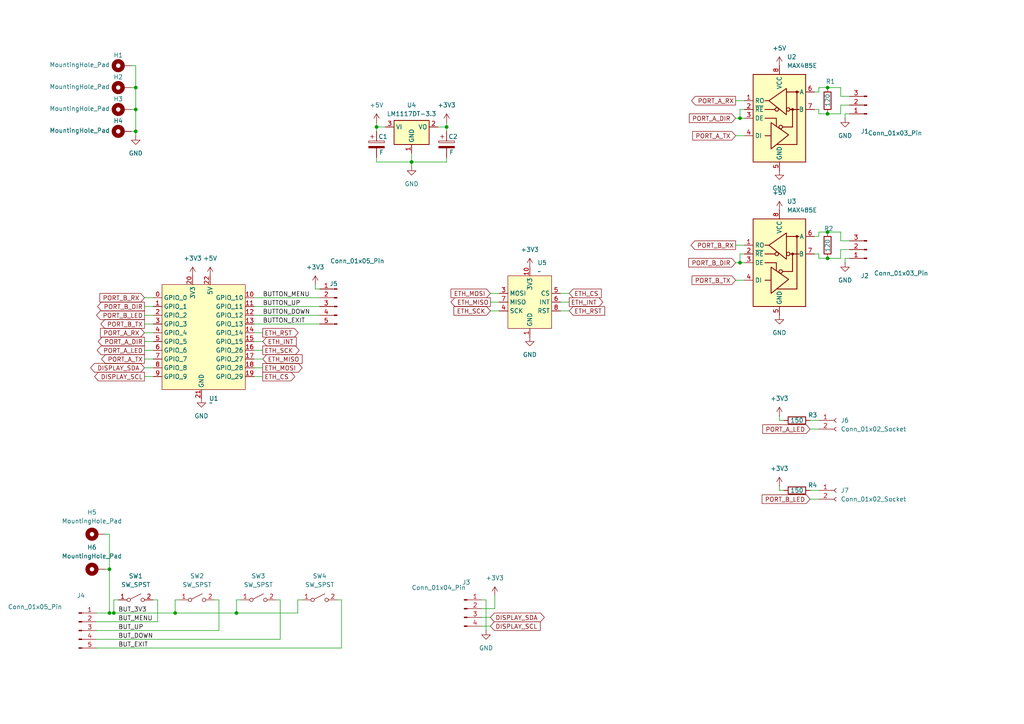
<source format=kicad_sch>
(kicad_sch (version 20231120) (generator "eeschema") (generator_version "8.0")
  (paper "A4")
  (lib_symbols
    (symbol "Connector:Conn_01x02_Socket" (pin_names (offset 1.016) hide)
      (property "Reference" "J" (at 0 2.54 0))
      (property "Value" "Conn_01x02_Socket" (at 0 -5.08 0))
      (symbol "Conn_01x02_Socket_1_1"
        (arc (start 0 -2.032) (mid -0.5058 -2.54) (end 0 -3.048) (stroke (width 0.1524)))
        (polyline (pts (xy -1.27 -2.54) (xy -0.508 -2.54)) (stroke (width 0.1524)))
        (polyline (pts (xy -1.27 0) (xy -0.508 0)) (stroke (width 0.1524)))
        (arc (start 0 0.508) (mid -0.5058 0) (end 0 -0.508) (stroke (width 0.1524)))
        (pin passive line (at -5.08 0 0) (length 3.81) (name "Pin_1") (number "1"))
        (pin passive line (at -5.08 -2.54 0) (length 3.81) (name "Pin_2") (number "2"))
      )
    )
    (symbol "Connector:Conn_01x03_Pin" (pin_names (offset 1.016) hide)
      (property "Reference" "J" (at 0 5.08 0))
      (property "Value" "Conn_01x03_Pin" (at 0 -5.08 0))
      (symbol "Conn_01x03_Pin_1_1"
        (polyline (pts (xy 1.27 -2.54) (xy 0.8636 -2.54)) (stroke (width 0.1524)))
        (polyline (pts (xy 1.27 0) (xy 0.8636 0)) (stroke (width 0.1524)))
        (polyline (pts (xy 1.27 2.54) (xy 0.8636 2.54)) (stroke (width 0.1524)))
        (rectangle (start 0.8636 -2.413) (end 0 -2.667) (stroke (width 0.1524)) (fill (type outline)))
        (rectangle (start 0.8636 0.127) (end 0 -0.127) (stroke (width 0.1524)) (fill (type outline)))
        (rectangle (start 0.8636 2.667) (end 0 2.413) (stroke (width 0.1524)) (fill (type outline)))
        (pin passive line (at 5.08 2.54 180) (length 3.81) (name "Pin_1") (number "1"))
        (pin passive line (at 5.08 0 180) (length 3.81) (name "Pin_2") (number "2"))
        (pin passive line (at 5.08 -2.54 180) (length 3.81) (name "Pin_3") (number "3"))
      )
    )
    (symbol "Connector:Conn_01x04_Pin" (pin_names (offset 1.016) hide)
      (property "Reference" "J" (at 0 5.08 0))
      (property "Value" "Conn_01x04_Pin" (at 0 -7.62 0))
      (symbol "Conn_01x04_Pin_1_1"
        (polyline (pts (xy 1.27 -5.08) (xy 0.8636 -5.08)) (stroke (width 0.1524)))
        (polyline (pts (xy 1.27 -2.54) (xy 0.8636 -2.54)) (stroke (width 0.1524)))
        (polyline (pts (xy 1.27 0) (xy 0.8636 0)) (stroke (width 0.1524)))
        (polyline (pts (xy 1.27 2.54) (xy 0.8636 2.54)) (stroke (width 0.1524)))
        (rectangle (start 0.8636 -4.953) (end 0 -5.207) (stroke (width 0.1524)) (fill (type outline)))
        (rectangle (start 0.8636 -2.413) (end 0 -2.667) (stroke (width 0.1524)) (fill (type outline)))
        (rectangle (start 0.8636 0.127) (end 0 -0.127) (stroke (width 0.1524)) (fill (type outline)))
        (rectangle (start 0.8636 2.667) (end 0 2.413) (stroke (width 0.1524)) (fill (type outline)))
        (pin passive line (at 5.08 2.54 180) (length 3.81) (name "Pin_1") (number "1"))
        (pin passive line (at 5.08 0 180) (length 3.81) (name "Pin_2") (number "2"))
        (pin passive line (at 5.08 -2.54 180) (length 3.81) (name "Pin_3") (number "3"))
        (pin passive line (at 5.08 -5.08 180) (length 3.81) (name "Pin_4") (number "4"))
      )
    )
    (symbol "Connector:Conn_01x05_Pin" (pin_names (offset 1.016) hide)
      (property "Reference" "J" (at 0 7.62 0))
      (property "Value" "Conn_01x05_Pin" (at 0 -7.62 0))
      (symbol "Conn_01x05_Pin_1_1"
        (polyline (pts (xy 1.27 -5.08) (xy 0.8636 -5.08)) (stroke (width 0.1524)))
        (polyline (pts (xy 1.27 -2.54) (xy 0.8636 -2.54)) (stroke (width 0.1524)))
        (polyline (pts (xy 1.27 0) (xy 0.8636 0)) (stroke (width 0.1524)))
        (polyline (pts (xy 1.27 2.54) (xy 0.8636 2.54)) (stroke (width 0.1524)))
        (polyline (pts (xy 1.27 5.08) (xy 0.8636 5.08)) (stroke (width 0.1524)))
        (rectangle (start 0.8636 -4.953) (end 0 -5.207) (stroke (width 0.1524)) (fill (type outline)))
        (rectangle (start 0.8636 -2.413) (end 0 -2.667) (stroke (width 0.1524)) (fill (type outline)))
        (rectangle (start 0.8636 0.127) (end 0 -0.127) (stroke (width 0.1524)) (fill (type outline)))
        (rectangle (start 0.8636 2.667) (end 0 2.413) (stroke (width 0.1524)) (fill (type outline)))
        (rectangle (start 0.8636 5.207) (end 0 4.953) (stroke (width 0.1524)) (fill (type outline)))
        (pin passive line (at 5.08 5.08 180) (length 3.81) (name "Pin_1") (number "1"))
        (pin passive line (at 5.08 2.54 180) (length 3.81) (name "Pin_2") (number "2"))
        (pin passive line (at 5.08 0 180) (length 3.81) (name "Pin_3") (number "3"))
        (pin passive line (at 5.08 -2.54 180) (length 3.81) (name "Pin_4") (number "4"))
        (pin passive line (at 5.08 -5.08 180) (length 3.81) (name "Pin_5") (number "5"))
      )
    )
    (symbol "Device:C_Polarized" (pin_numbers hide) (pin_names (offset 0.254))
      (property "Reference" "C" (at 0.635 2.54 0))
      (property "Value" "C_Polarized" (at 0.635 -2.54 0))
      (symbol "C_Polarized_0_1"
        (rectangle (start -2.286 0.508) (end 2.286 1.016))
        (polyline (pts (xy -1.778 2.286) (xy -0.762 2.286)))
        (polyline (pts (xy -1.27 2.794) (xy -1.27 1.778)))
        (rectangle (start 2.286 -0.508) (end -2.286 -1.016) (fill (type outline)))
      )
      (symbol "C_Polarized_1_1"
        (pin passive line (at 0 3.81 270) (length 2.794) (name "~") (number "1"))
        (pin passive line (at 0 -3.81 90) (length 2.794) (name "~") (number "2"))
      )
    )
    (symbol "Device:R" (pin_numbers hide) (pin_names (offset 0))
      (property "Reference" "R" (at 2.032 0 90))
      (property "Value" "R" (at 0 0 90))
      (symbol "R_0_1"
        (rectangle (start -1.016 -2.54) (end 1.016 2.54) (stroke (width 0.254)))
      )
      (symbol "R_1_1"
        (pin passive line (at 0 3.81 270) (length 1.27) (name "~") (number "1"))
        (pin passive line (at 0 -3.81 90) (length 1.27) (name "~") (number "2"))
      )
    )
    (symbol "Interface_UART:MAX485E"
      (property "Reference" "U" (at -6.985 13.97 0))
      (property "Value" "MAX485E" (at 1.905 13.97 0))
      (symbol "MAX485E_0_1"
        (rectangle (start -7.62 12.7) (end 7.62 -12.7) (stroke (width 0.254)) (fill (type background)))
        (polyline (pts (xy -4.191 2.54) (xy -1.27 2.54)) (stroke (width 0.254)))
        (polyline (pts (xy -2.54 -5.08) (xy -4.191 -5.08)) (stroke (width 0.254)))
        (polyline (pts (xy -0.635 -7.62) (xy 5.08 -7.62)) (stroke (width 0.254)))
        (polyline (pts (xy 0.889 -2.54) (xy 3.81 -2.54)) (stroke (width 0.254)))
        (polyline (pts (xy 2.032 7.62) (xy 5.715 7.62)) (stroke (width 0.254)))
        (polyline (pts (xy 3.048 2.54) (xy 5.715 2.54)) (stroke (width 0.254)))
        (polyline (pts (xy 3.81 -2.54) (xy 3.81 2.54)) (stroke (width 0.254)))
        (polyline (pts (xy 5.08 -7.62) (xy 5.08 7.62)) (stroke (width 0.254)))
        (polyline (pts (xy -4.191 0) (xy -0.889 0) (xy -0.889 -2.286)) (stroke (width 0.254)))
        (polyline (pts (xy -3.175 5.08) (xy -4.191 5.08) (xy -4.064 5.08)) (stroke (width 0.254)))
        (polyline (pts (xy -2.413 -5.08) (xy -2.413 -1.27) (xy 2.667 -4.826) (xy -2.413 -8.89) (xy -2.413 -5.08)) (stroke (width 0.254)))
        (circle (center 0.381 -2.54) (radius 0.508) (stroke (width 0.254)))
        (circle (center 3.81 2.54) (radius 0.2794) (stroke (width 0.254)) (fill (type outline)))
      )
      (symbol "MAX485E_1_1"
        (circle (center -0.762 2.54) (radius 0.508) (stroke (width 0.254)))
        (polyline (pts (xy 2.032 4.826) (xy 2.032 8.636) (xy -3.048 5.08) (xy 2.032 1.016) (xy 2.032 4.826)) (stroke (width 0.254)))
        (circle (center 2.54 2.54) (radius 0.508) (stroke (width 0.254)))
        (circle (center 5.08 7.62) (radius 0.2794) (stroke (width 0.254)) (fill (type outline)))
        (pin output line (at -10.16 5.08 0) (length 2.54) (name "RO") (number "1"))
        (pin input line (at -10.16 2.54 0) (length 2.54) (name "~{RE}") (number "2"))
        (pin input line (at -10.16 0 0) (length 2.54) (name "DE") (number "3"))
        (pin input line (at -10.16 -5.08 0) (length 2.54) (name "DI") (number "4"))
        (pin power_in line (at 0 -15.24 90) (length 2.54) (name "GND") (number "5"))
        (pin bidirectional line (at 10.16 7.62 180) (length 2.54) (name "A") (number "6"))
        (pin bidirectional line (at 10.16 2.54 180) (length 2.54) (name "B") (number "7"))
        (pin power_in line (at 0 15.24 270) (length 2.54) (name "VCC") (number "8"))
      )
    )
    (symbol "Mechanical:MountingHole_Pad" (pin_numbers hide) (pin_names (offset 1.016) hide) (exclude_from_sim yes) (in_bom no)
      (property "Reference" "H" (at 0 6.35 0))
      (property "Value" "MountingHole_Pad" (at 0 4.445 0))
      (symbol "MountingHole_Pad_0_1"
        (circle (center 0 1.27) (radius 1.27) (stroke (width 1.27)))
      )
      (symbol "MountingHole_Pad_1_1"
        (pin input line (at 0 -2.54 90) (length 2.54) (name "1") (number "1"))
      )
    )
    (symbol "Regulator_Linear:LM1117DT-3.3"
      (property "Reference" "U" (at -3.81 3.175 0))
      (property "Value" "LM1117DT-3.3" (at 0 3.175 0))
      (symbol "LM1117DT-3.3_0_1"
        (rectangle (start -5.08 -5.08) (end 5.08 1.905) (stroke (width 0.254)) (fill (type background)))
      )
      (symbol "LM1117DT-3.3_1_1"
        (pin power_in line (at 0 -7.62 90) (length 2.54) (name "GND") (number "1"))
        (pin power_out line (at 7.62 0 180) (length 2.54) (name "VO") (number "2"))
        (pin power_in line (at -7.62 0 0) (length 2.54) (name "VI") (number "3"))
      )
    )
    (symbol "Switch:SW_SPST" (pin_names (offset 0) hide)
      (property "Reference" "SW" (at 0 3.175 0))
      (property "Value" "SW_SPST" (at 0 -2.54 0))
      (symbol "SW_SPST_0_0"
        (circle (center -2.032 0) (radius 0.508))
        (polyline (pts (xy -1.524 0.254) (xy 1.524 1.778)))
        (circle (center 2.032 0) (radius 0.508))
      )
      (symbol "SW_SPST_1_1"
        (pin passive line (at -5.08 0 0) (length 2.54) (name "A") (number "1"))
        (pin passive line (at 5.08 0 180) (length 2.54) (name "B") (number "2"))
      )
    )
    (symbol "pico-artnet-node:W5500"
      (property "Reference" "U" (at 5.334 8.89 0))
      (symbol "W5500_0_0"
        (pin power_in line (at 0 -10.16 90) (length 2.54) (name "GND") (number "1"))
        (pin power_in line (at 0 10.16 270) (length 2.54) (name "3V3") (number "10"))
        (pin input line (at -8.89 2.54 0) (length 2.54) (name "MOSI") (number "3"))
        (pin input line (at -8.89 -2.54 0) (length 2.54) (name "SCK") (number "4"))
        (pin input line (at 8.89 2.54 180) (length 2.54) (name "CS") (number "5"))
        (pin output line (at 8.89 0 180) (length 2.54) (name "INT") (number "6"))
        (pin output line (at -8.89 0 0) (length 2.54) (name "MISO") (number "7"))
        (pin input line (at 8.89 -2.54 180) (length 2.54) (name "RST") (number "8"))
      )
      (symbol "W5500_1_0"
        (pin power_in line (at 0 10.16 270) (length 2.54) hide (name "3V3") (number "11"))
        (pin power_in line (at 0 -10.16 90) (length 2.54) hide (name "GND") (number "12"))
        (pin power_in line (at 0 -10.16 90) (length 2.54) hide (name "GND") (number "2"))
        (pin no_connect line (at 0 -1.27 0) (length 2.54) hide (name "NC") (number "9"))
      )
      (symbol "W5500_1_1"
        (rectangle (start -6.35 7.62) (end 6.35 -7.62) (fill (type background)))
      )
    )
    (symbol "power:+3V3" (power) (pin_numbers hide) (pin_names (offset 0) hide)
      (property "Value" "+3V3" (at 0 3.556 0))
      (symbol "+3V3_0_1"
        (polyline (pts (xy -0.762 1.27) (xy 0 2.54)))
        (polyline (pts (xy 0 0) (xy 0 2.54)))
        (polyline (pts (xy 0 2.54) (xy 0.762 1.27)))
      )
      (symbol "+3V3_1_1"
        (pin power_in line (at 0 0 90) (length 0) (name "~") (number "1"))
      )
    )
    (symbol "power:+5V" (power) (pin_numbers hide) (pin_names (offset 0) hide)
      (property "Value" "+5V" (at 0 3.556 0))
      (symbol "+5V_0_1"
        (polyline (pts (xy -0.762 1.27) (xy 0 2.54)))
        (polyline (pts (xy 0 0) (xy 0 2.54)))
        (polyline (pts (xy 0 2.54) (xy 0.762 1.27)))
      )
      (symbol "+5V_1_1"
        (pin power_in line (at 0 0 90) (length 0) (name "~") (number "1"))
      )
    )
    (symbol "power:GND" (power) (pin_numbers hide) (pin_names (offset 0) hide)
      (property "Value" "GND" (at 0 -3.81 0))
      (symbol "GND_0_1"
        (polyline (pts (xy 0 0) (xy 0 -1.27) (xy 1.27 -1.27) (xy 0 -2.54) (xy -1.27 -1.27) (xy 0 -1.27)))
      )
      (symbol "GND_1_1"
        (pin power_in line (at 0 0 270) (length 0) (name "~") (number "1"))
      )
    )
    (symbol "simple-midi-controller:RP2040-zero"
      (property "Reference" "U" (at 11.176 16.51 0))
      (symbol "RP2040-zero_0_0"
        (pin bidirectional line (at -13.97 11.43 0) (length 2.54) (name "GPIO_0") (number "0"))
        (pin bidirectional line (at -13.97 8.89 0) (length 2.54) (name "GPIO_1") (number "1"))
        (pin bidirectional line (at 15.24 11.43 180) (length 2.54) (name "GPIO_10") (number "10"))
        (pin bidirectional line (at 15.24 8.89 180) (length 2.54) (name "GPIO_11") (number "11"))
        (pin bidirectional line (at 15.24 6.35 180) (length 2.54) (name "GPIO_12") (number "12"))
        (pin bidirectional line (at 15.24 3.81 180) (length 2.54) (name "GPIO_13") (number "13"))
        (pin bidirectional line (at 15.24 1.27 180) (length 2.54) (name "GPIO_14") (number "14"))
        (pin bidirectional line (at 15.24 -1.27 180) (length 2.54) (name "GPIO_15") (number "15"))
        (pin bidirectional line (at 15.24 -3.81 180) (length 2.54) (name "GPIO_26") (number "16"))
        (pin bidirectional line (at 15.24 -6.35 180) (length 2.54) (name "GPIO_27") (number "17"))
        (pin bidirectional line (at 15.24 -8.89 180) (length 2.54) (name "GPIO_28") (number "18"))
        (pin bidirectional line (at 15.24 -11.43 180) (length 2.54) (name "GPIO_29") (number "19"))
        (pin bidirectional line (at -13.97 6.35 0) (length 2.54) (name "GPIO_2") (number "2"))
        (pin power_in line (at -2.54 17.78 270) (length 2.54) (name "3V3") (number "20"))
        (pin power_in line (at 0 -17.78 90) (length 2.54) (name "GND") (number "21"))
        (pin power_in line (at 2.54 17.78 270) (length 2.54) (name "5V") (number "22"))
        (pin bidirectional line (at -13.97 3.81 0) (length 2.54) (name "GPIO_3") (number "3"))
        (pin bidirectional line (at -13.97 1.27 0) (length 2.54) (name "GPIO_4") (number "4"))
        (pin bidirectional line (at -13.97 -1.27 0) (length 2.54) (name "GPIO_5") (number "5"))
        (pin bidirectional line (at -13.97 -3.81 0) (length 2.54) (name "GPIO_6") (number "6"))
        (pin bidirectional line (at -13.97 -6.35 0) (length 2.54) (name "GPIO_7") (number "7"))
        (pin bidirectional line (at -13.97 -8.89 0) (length 2.54) (name "GPIO_8") (number "8"))
        (pin bidirectional line (at -13.97 -11.43 0) (length 2.54) (name "GPIO_9") (number "9"))
      )
      (symbol "RP2040-zero_1_1"
        (rectangle (start -11.43 15.24) (end 12.7 -15.24) (fill (type background)))
      )
    )
  )
  (junction (at 240.03 25.4))
  (junction (at 31.75 177.8))
  (junction (at 31.75 165.1))
  (junction (at 214.63 76.2))
  (junction (at 68.58 177.8))
  (junction (at 240.03 33.02))
  (junction (at 50.8 177.8))
  (junction (at 39.37 38.1))
  (junction (at 109.22 36.83))
  (junction (at 39.37 31.75))
  (junction (at 39.37 25.4))
  (junction (at 240.03 67.31))
  (junction (at 129.54 36.83))
  (junction (at 119.38 46.99))
  (junction (at 240.03 74.93))
  (junction (at 33.02 177.8))
  (junction (at 214.63 34.29))
  (wire (pts (xy 73.66 101.6) (xy 76.2 101.6)))
  (wire (pts (xy 142.24 85.09) (xy 144.78 85.09)))
  (wire (pts (xy 109.22 35.56) (xy 109.22 36.83)))
  (wire (pts (xy 143.51 172.72) (xy 143.51 176.53)))
  (wire (pts (xy 140.97 173.99) (xy 139.7 173.99)))
  (wire (pts (xy 213.36 39.37) (xy 215.9 39.37)))
  (wire (pts (xy 73.66 99.06) (xy 76.2 99.06)))
  (wire (pts (xy 237.49 74.93) (xy 237.49 73.66)))
  (wire (pts (xy 237.49 33.02) (xy 237.49 31.75)))
  (wire (pts (xy 31.75 165.1) (xy 31.75 177.8)))
  (wire (pts (xy 27.94 182.88) (xy 63.5 182.88)))
  (wire (pts (xy 30.48 165.1) (xy 31.75 165.1)))
  (wire (pts (xy 243.84 30.48) (xy 243.84 33.02)))
  (wire (pts (xy 109.22 36.83) (xy 111.76 36.83)))
  (wire (pts (xy 162.56 90.17) (xy 165.1 90.17)))
  (wire (pts (xy 243.84 27.94) (xy 243.84 25.4)))
  (wire (pts (xy 69.85 173.99) (xy 68.58 173.99)))
  (wire (pts (xy 246.38 27.94) (xy 243.84 27.94)))
  (wire (pts (xy 39.37 31.75) (xy 38.1 31.75)))
  (wire (pts (xy 99.06 173.99) (xy 97.79 173.99)))
  (wire (pts (xy 162.56 87.63) (xy 165.1 87.63)))
  (wire (pts (xy 234.95 124.46) (xy 237.49 124.46)))
  (wire (pts (xy 237.49 26.67) (xy 237.49 25.4)))
  (wire (pts (xy 73.66 93.98) (xy 92.71 93.98)))
  (wire (pts (xy 91.44 82.55) (xy 91.44 83.82)))
  (wire (pts (xy 127 36.83) (xy 129.54 36.83)))
  (wire (pts (xy 240.03 33.02) (xy 237.49 33.02)))
  (wire (pts (xy 129.54 46.99) (xy 119.38 46.99)))
  (wire (pts (xy 63.5 182.88) (xy 63.5 173.99)))
  (wire (pts (xy 50.8 173.99) (xy 50.8 177.8)))
  (wire (pts (xy 41.91 104.14) (xy 44.45 104.14)))
  (wire (pts (xy 140.97 182.88) (xy 140.97 173.99)))
  (wire (pts (xy 86.36 173.99) (xy 86.36 177.8)))
  (wire (pts (xy 227.33 121.92) (xy 226.06 121.92)))
  (wire (pts (xy 41.91 99.06) (xy 44.45 99.06)))
  (wire (pts (xy 30.48 154.94) (xy 31.75 154.94)))
  (wire (pts (xy 162.56 85.09) (xy 165.1 85.09)))
  (wire (pts (xy 41.91 101.6) (xy 44.45 101.6)))
  (wire (pts (xy 237.49 25.4) (xy 240.03 25.4)))
  (wire (pts (xy 38.1 38.1) (xy 39.37 38.1)))
  (wire (pts (xy 237.49 73.66) (xy 236.22 73.66)))
  (wire (pts (xy 246.38 74.93) (xy 245.11 74.93)))
  (wire (pts (xy 68.58 177.8) (xy 86.36 177.8)))
  (wire (pts (xy 81.28 173.99) (xy 80.01 173.99)))
  (wire (pts (xy 63.5 173.99) (xy 62.23 173.99)))
  (wire (pts (xy 119.38 46.99) (xy 109.22 46.99)))
  (wire (pts (xy 139.7 176.53) (xy 143.51 176.53)))
  (wire (pts (xy 234.95 142.24) (xy 237.49 142.24)))
  (wire (pts (xy 129.54 35.56) (xy 129.54 36.83)))
  (wire (pts (xy 109.22 36.83) (xy 109.22 38.1)))
  (wire (pts (xy 33.02 177.8) (xy 33.02 173.99)))
  (wire (pts (xy 38.1 19.05) (xy 39.37 19.05)))
  (wire (pts (xy 142.24 181.61) (xy 139.7 181.61)))
  (wire (pts (xy 129.54 36.83) (xy 129.54 38.1)))
  (wire (pts (xy 234.95 121.92) (xy 237.49 121.92)))
  (wire (pts (xy 38.1 25.4) (xy 39.37 25.4)))
  (wire (pts (xy 92.71 83.82) (xy 91.44 83.82)))
  (wire (pts (xy 214.63 31.75) (xy 215.9 31.75)))
  (wire (pts (xy 33.02 173.99) (xy 34.29 173.99)))
  (wire (pts (xy 237.49 68.58) (xy 237.49 67.31)))
  (wire (pts (xy 41.91 88.9) (xy 44.45 88.9)))
  (wire (pts (xy 41.91 86.36) (xy 44.45 86.36)))
  (wire (pts (xy 31.75 154.94) (xy 31.75 165.1)))
  (wire (pts (xy 73.66 96.52) (xy 76.2 96.52)))
  (wire (pts (xy 27.94 177.8) (xy 31.75 177.8)))
  (wire (pts (xy 129.54 45.72) (xy 129.54 46.99)))
  (wire (pts (xy 234.95 144.78) (xy 237.49 144.78)))
  (wire (pts (xy 119.38 46.99) (xy 119.38 48.26)))
  (wire (pts (xy 243.84 72.39) (xy 243.84 74.93)))
  (wire (pts (xy 73.66 109.22) (xy 76.2 109.22)))
  (wire (pts (xy 41.91 109.22) (xy 44.45 109.22)))
  (wire (pts (xy 73.66 91.44) (xy 92.71 91.44)))
  (wire (pts (xy 81.28 185.42) (xy 81.28 173.99)))
  (wire (pts (xy 87.63 173.99) (xy 86.36 173.99)))
  (wire (pts (xy 215.9 34.29) (xy 214.63 34.29)))
  (wire (pts (xy 41.91 106.68) (xy 44.45 106.68)))
  (wire (pts (xy 237.49 31.75) (xy 236.22 31.75)))
  (wire (pts (xy 142.24 179.07) (xy 139.7 179.07)))
  (wire (pts (xy 246.38 33.02) (xy 245.11 33.02)))
  (wire (pts (xy 236.22 68.58) (xy 237.49 68.58)))
  (wire (pts (xy 240.03 74.93) (xy 237.49 74.93)))
  (wire (pts (xy 240.03 25.4) (xy 243.84 25.4)))
  (wire (pts (xy 73.66 106.68) (xy 76.2 106.68)))
  (wire (pts (xy 213.36 34.29) (xy 214.63 34.29)))
  (wire (pts (xy 245.11 74.93) (xy 245.11 76.2)))
  (wire (pts (xy 119.38 44.45) (xy 119.38 46.99)))
  (wire (pts (xy 27.94 180.34) (xy 45.72 180.34)))
  (wire (pts (xy 226.06 121.92) (xy 226.06 120.65)))
  (wire (pts (xy 41.91 91.44) (xy 44.45 91.44)))
  (wire (pts (xy 73.66 104.14) (xy 76.2 104.14)))
  (wire (pts (xy 33.02 177.8) (xy 50.8 177.8)))
  (wire (pts (xy 41.91 96.52) (xy 44.45 96.52)))
  (wire (pts (xy 245.11 33.02) (xy 245.11 34.29)))
  (wire (pts (xy 73.66 88.9) (xy 92.71 88.9)))
  (wire (pts (xy 50.8 177.8) (xy 68.58 177.8)))
  (wire (pts (xy 227.33 142.24) (xy 226.06 142.24)))
  (wire (pts (xy 226.06 142.24) (xy 226.06 140.97)))
  (wire (pts (xy 142.24 90.17) (xy 144.78 90.17)))
  (wire (pts (xy 214.63 76.2) (xy 215.9 76.2)))
  (wire (pts (xy 73.66 86.36) (xy 92.71 86.36)))
  (wire (pts (xy 52.07 173.99) (xy 50.8 173.99)))
  (wire (pts (xy 39.37 25.4) (xy 39.37 31.75)))
  (wire (pts (xy 27.94 187.96) (xy 99.06 187.96)))
  (wire (pts (xy 45.72 180.34) (xy 45.72 173.99)))
  (wire (pts (xy 68.58 173.99) (xy 68.58 177.8)))
  (wire (pts (xy 236.22 26.67) (xy 237.49 26.67)))
  (wire (pts (xy 215.9 73.66) (xy 214.63 73.66)))
  (wire (pts (xy 39.37 19.05) (xy 39.37 25.4)))
  (wire (pts (xy 213.36 71.12) (xy 215.9 71.12)))
  (wire (pts (xy 246.38 69.85) (xy 243.84 69.85)))
  (wire (pts (xy 246.38 72.39) (xy 243.84 72.39)))
  (wire (pts (xy 109.22 45.72) (xy 109.22 46.99)))
  (wire (pts (xy 31.75 177.8) (xy 33.02 177.8)))
  (wire (pts (xy 39.37 38.1) (xy 39.37 39.37)))
  (wire (pts (xy 213.36 76.2) (xy 214.63 76.2)))
  (wire (pts (xy 246.38 30.48) (xy 243.84 30.48)))
  (wire (pts (xy 45.72 173.99) (xy 44.45 173.99)))
  (wire (pts (xy 41.91 93.98) (xy 44.45 93.98)))
  (wire (pts (xy 213.36 29.21) (xy 215.9 29.21)))
  (wire (pts (xy 237.49 67.31) (xy 240.03 67.31)))
  (wire (pts (xy 240.03 33.02) (xy 243.84 33.02)))
  (wire (pts (xy 39.37 31.75) (xy 39.37 38.1)))
  (wire (pts (xy 99.06 187.96) (xy 99.06 173.99)))
  (wire (pts (xy 213.36 81.28) (xy 215.9 81.28)))
  (wire (pts (xy 142.24 87.63) (xy 144.78 87.63)))
  (wire (pts (xy 243.84 67.31) (xy 240.03 67.31)))
  (wire (pts (xy 214.63 34.29) (xy 214.63 31.75)))
  (wire (pts (xy 240.03 74.93) (xy 243.84 74.93)))
  (wire (pts (xy 27.94 185.42) (xy 81.28 185.42)))
  (wire (pts (xy 243.84 69.85) (xy 243.84 67.31)))
  (wire (pts (xy 214.63 73.66) (xy 214.63 76.2)))
  (label "BUT_MENU" (at 34.29 180.34 0))
  (label "BUTTON_DOWN" (at 76.2 91.44 0))
  (label "BUTTON_MENU" (at 76.2 86.36 0))
  (label "BUT_UP" (at 34.29 182.88 0))
  (label "BUTTON_UP" (at 76.2 88.9 0))
  (label "BUT_DOWN" (at 34.29 185.42 0))
  (label "BUT_3V3" (at 34.29 177.8 0))
  (label "BUTTON_EXIT" (at 76.2 93.98 0))
  (label "BUT_EXIT" (at 34.29 187.96 0))
  (global_label "PORT_A_DIR" (shape output) (at 41.91 99.06 180) (property "Intersheetrefs" "${INTERSHEET_REFS}" (effects (hide yes))))
  (global_label "ETH_MOSI" (shape input) (at 142.24 85.09 180) (property "Intersheetrefs" "${INTERSHEET_REFS}" (effects (hide yes))))
  (global_label "PORT_A_DIR" (shape input) (at 213.36 34.29 180) (property "Intersheetrefs" "${INTERSHEET_REFS}" (effects (hide yes))))
  (global_label "ETH_CS" (shape output) (at 76.2 109.22 0) (property "Intersheetrefs" "${INTERSHEET_REFS}" (effects (hide yes))))
  (global_label "ETH_INT" (shape output) (at 165.1 87.63 0) (property "Intersheetrefs" "${INTERSHEET_REFS}" (effects (hide yes))))
  (global_label "ETH_RST" (shape output) (at 76.2 96.52 0) (property "Intersheetrefs" "${INTERSHEET_REFS}" (effects (hide yes))))
  (global_label "PORT_A_RX" (shape input) (at 41.91 96.52 180) (property "Intersheetrefs" "${INTERSHEET_REFS}" (effects (hide yes))))
  (global_label "DISPLAY_SDA" (shape bidirectional) (at 142.24 179.07 0) (property "Intersheetrefs" "${INTERSHEET_REFS}" (effects (hide yes))))
  (global_label "ETH_RST" (shape input) (at 165.1 90.17 0) (property "Intersheetrefs" "${INTERSHEET_REFS}" (effects (hide yes))))
  (global_label "PORT_B_TX" (shape output) (at 41.91 93.98 180) (property "Intersheetrefs" "${INTERSHEET_REFS}" (effects (hide yes))))
  (global_label "PORT_B_TX" (shape input) (at 213.36 81.28 180) (property "Intersheetrefs" "${INTERSHEET_REFS}" (effects (hide yes))))
  (global_label "PORT_B_LED" (shape input) (at 234.95 144.78 180) (property "Intersheetrefs" "${INTERSHEET_REFS}" (effects (hide yes))))
  (global_label "PORT_B_DIR" (shape output) (at 41.91 88.9 180) (property "Intersheetrefs" "${INTERSHEET_REFS}" (effects (hide yes))))
  (global_label "PORT_A_TX" (shape output) (at 41.91 104.14 180) (property "Intersheetrefs" "${INTERSHEET_REFS}" (effects (hide yes))))
  (global_label "PORT_B_RX" (shape output) (at 213.36 71.12 180) (property "Intersheetrefs" "${INTERSHEET_REFS}" (effects (hide yes))))
  (global_label "PORT_B_DIR" (shape input) (at 213.36 76.2 180) (property "Intersheetrefs" "${INTERSHEET_REFS}" (effects (hide yes))))
  (global_label "PORT_B_LED" (shape output) (at 41.91 91.44 180) (property "Intersheetrefs" "${INTERSHEET_REFS}" (effects (hide yes))))
  (global_label "ETH_MOSI" (shape output) (at 76.2 106.68 0) (property "Intersheetrefs" "${INTERSHEET_REFS}" (effects (hide yes))))
  (global_label "DISPLAY_SCL" (shape output) (at 41.91 109.22 180) (property "Intersheetrefs" "${INTERSHEET_REFS}" (effects (hide yes))))
  (global_label "ETH_INT" (shape input) (at 76.2 99.06 0) (property "Intersheetrefs" "${INTERSHEET_REFS}" (effects (hide yes))))
  (global_label "ETH_CS" (shape input) (at 165.1 85.09 0) (property "Intersheetrefs" "${INTERSHEET_REFS}" (effects (hide yes))))
  (global_label "PORT_A_TX" (shape input) (at 213.36 39.37 180) (property "Intersheetrefs" "${INTERSHEET_REFS}" (effects (hide yes))))
  (global_label "DISPLAY_SDA" (shape bidirectional) (at 41.91 106.68 180) (property "Intersheetrefs" "${INTERSHEET_REFS}" (effects (hide yes))))
  (global_label "DISPLAY_SCL" (shape input) (at 142.24 181.61 0) (property "Intersheetrefs" "${INTERSHEET_REFS}" (effects (hide yes))))
  (global_label "PORT_A_LED" (shape input) (at 234.95 124.46 180) (property "Intersheetrefs" "${INTERSHEET_REFS}" (effects (hide yes))))
  (global_label "ETH_SCK" (shape input) (at 142.24 90.17 180) (property "Intersheetrefs" "${INTERSHEET_REFS}" (effects (hide yes))))
  (global_label "ETH_MISO" (shape input) (at 76.2 104.14 0) (property "Intersheetrefs" "${INTERSHEET_REFS}" (effects (hide yes))))
  (global_label "ETH_SCK" (shape output) (at 76.2 101.6 0) (property "Intersheetrefs" "${INTERSHEET_REFS}" (effects (hide yes))))
  (global_label "PORT_B_RX" (shape input) (at 41.91 86.36 180) (property "Intersheetrefs" "${INTERSHEET_REFS}" (effects (hide yes))))
  (global_label "ETH_MISO" (shape output) (at 142.24 87.63 180) (property "Intersheetrefs" "${INTERSHEET_REFS}" (effects (hide yes))))
  (global_label "PORT_A_LED" (shape output) (at 41.91 101.6 180) (property "Intersheetrefs" "${INTERSHEET_REFS}" (effects (hide yes))))
  (global_label "PORT_A_RX" (shape output) (at 213.36 29.21 180) (property "Intersheetrefs" "${INTERSHEET_REFS}" (effects (hide yes))))
  (symbol (lib_id "power:+3V3") (at 91.44 82.55 0) (unit 1)
    (property "Reference" "#PWR12" (effects (hide yes)))
    (property "Value" "+3V3" (at 91.44 77.47 0))
    (property "Description" "Power symbol creates a global label with name \"+3V3\"" (effects (hide yes)))
  )
  (symbol (lib_id "power:GND") (at 226.06 91.44 0) (unit 1)
    (property "Reference" "#PWR5" (effects (hide yes)))
    (property "Value" "GND" (at 226.06 96.52 0))
    (property "Description" "Power symbol creates a global label with name \"GND\" , ground" (effects (hide yes)))
  )
  (symbol (lib_id "Connector:Conn_01x05_Pin") (at 22.86 182.88 0) (unit 1)
    (property "Reference" "J4" (at 23.495 172.72 0))
    (property "Value" "Conn_01x05_Pin" (at 10.16 176.022 0))
    (property "Footprint" "Connector_PinHeader_2.54mm:PinHeader_1x05_P2.54mm_Vertical" (effects (hide yes)))
    (property "Description" "Generic connector, single row, 01x05, script generated" (effects (hide yes)))
  )
  (symbol (lib_id "Connector:Conn_01x04_Pin") (at 134.62 176.53 0) (unit 1)
    (property "Reference" "J3" (at 135.255 168.91 0))
    (property "Value" "Conn_01x04_Pin" (at 127.254 170.434 0))
    (property "Footprint" "Connector_PinHeader_2.54mm:PinHeader_1x04_P2.54mm_Vertical" (effects (hide yes)))
    (property "Description" "Generic connector, single row, 01x04, script generated" (effects (hide yes)))
  )
  (symbol (lib_id "Device:R") (at 240.03 71.12 0) (unit 1)
    (property "Reference" "R2" (at 239.014 66.294 0) (effects (justify left)))
    (property "Value" "120" (at 240.03 73.152 90) (effects (justify left)))
    (property "Footprint" "Resistor_THT:R_Axial_DIN0207_L6.3mm_D2.5mm_P10.16mm_Horizontal" (effects (hide yes)))
    (property "Description" "Resistor" (effects (hide yes)))
  )
  (symbol (lib_id "Interface_UART:MAX485E") (at 226.06 76.2 0) (unit 1)
    (property "Reference" "U3" (at 228.2541 58.42 0) (effects (justify left)))
    (property "Value" "MAX485E" (at 228.2541 60.96 0) (effects (justify left)))
    (property "Footprint" "Package_DIP:DIP-8_W7.62mm" (effects (hide yes)))
    (property "Datasheet" "https://datasheets.maximintegrated.com/en/ds/MAX1487E-MAX491E.pdf" (effects (hide yes)))
    (property "Description" "Half duplex RS-485/RS-422, 2.5 Mbps, ±15kV electro-static discharge (ESD) protection, no slew-rate, no low-power shutdown, with receiver/driver enable, 32 receiver drive capability, DIP-8 and SOIC-8" (effects (hide yes)))
  )
  (symbol (lib_id "Device:C_Polarized") (at 129.54 41.91 0) (unit 1)
    (property "Reference" "C2" (at 130.048 39.624 0) (effects (justify left)))
    (property "Value" "F" (at 130.302 44.196 0) (effects (justify left)))
    (property "Footprint" "Capacitor_THT:CP_Radial_D5.0mm_P2.50mm" (effects (hide yes)))
    (property "Description" "Polarized capacitor" (effects (hide yes)))
  )
  (symbol (lib_id "Connector:Conn_01x05_Pin") (at 97.79 88.9 0) (mirror y) (unit 1)
    (property "Reference" "J5" (at 96.774 82.296 0))
    (property "Value" "Conn_01x05_Pin" (at 103.632 75.692 0))
    (property "Footprint" "Connector_PinHeader_2.54mm:PinHeader_1x05_P2.54mm_Vertical" (effects (hide yes)))
    (property "Description" "Generic connector, single row, 01x05, script generated" (effects (hide yes)))
  )
  (symbol (lib_id "power:GND") (at 39.37 39.37 0) (unit 1)
    (property "Reference" "#PWR13" (effects (hide yes)))
    (property "Value" "GND" (at 39.37 44.45 0))
    (property "Description" "Power symbol creates a global label with name \"GND\" , ground" (effects (hide yes)))
  )
  (symbol (lib_id "power:GND") (at 153.67 97.79 0) (unit 1)
    (property "Reference" "#PWR20" (effects (hide yes)))
    (property "Value" "GND" (at 153.67 102.87 0))
    (property "Description" "Power symbol creates a global label with name \"GND\" , ground" (effects (hide yes)))
  )
  (symbol (lib_id "power:+5V") (at 60.96 80.01 0) (unit 1)
    (property "Reference" "#PWR16" (effects (hide yes)))
    (property "Value" "+5V" (at 60.96 74.93 0))
    (property "Description" "Power symbol creates a global label with name \"+5V\"" (effects (hide yes)))
  )
  (symbol (lib_id "Interface_UART:MAX485E") (at 226.06 34.29 0) (unit 1)
    (property "Reference" "U2" (at 228.2541 16.51 0) (effects (justify left)))
    (property "Value" "MAX485E" (at 228.2541 19.05 0) (effects (justify left)))
    (property "Footprint" "Package_DIP:DIP-8_W7.62mm" (effects (hide yes)))
    (property "Datasheet" "https://datasheets.maximintegrated.com/en/ds/MAX1487E-MAX491E.pdf" (effects (hide yes)))
    (property "Description" "Half duplex RS-485/RS-422, 2.5 Mbps, ±15kV electro-static discharge (ESD) protection, no slew-rate, no low-power shutdown, with receiver/driver enable, 32 receiver drive capability, DIP-8 and SOIC-8" (effects (hide yes)))
  )
  (symbol (lib_id "power:+5V") (at 109.22 35.56 0) (unit 1)
    (property "Reference" "#PWR17" (effects (hide yes)))
    (property "Value" "+5V" (at 109.22 30.48 0))
    (property "Description" "Power symbol creates a global label with name \"+5V\"" (effects (hide yes)))
  )
  (symbol (lib_id "power:+5V") (at 226.06 19.05 0) (unit 1)
    (property "Reference" "#PWR3" (effects (hide yes)))
    (property "Value" "+5V" (at 226.06 13.97 0))
    (property "Description" "Power symbol creates a global label with name \"+5V\"" (effects (hide yes)))
  )
  (symbol (lib_id "Device:R") (at 240.03 29.21 0) (unit 1)
    (property "Reference" "R1" (at 239.522 23.622 0) (effects (justify left)))
    (property "Value" "120" (at 240.03 30.988 90) (effects (justify left)))
    (property "Footprint" "Resistor_THT:R_Axial_DIN0207_L6.3mm_D2.5mm_P10.16mm_Horizontal" (effects (hide yes)))
    (property "Description" "Resistor" (effects (hide yes)))
  )
  (symbol (lib_id "power:GND") (at 226.06 49.53 0) (unit 1)
    (property "Reference" "#PWR6" (effects (hide yes)))
    (property "Value" "GND" (at 226.06 54.61 0))
    (property "Description" "Power symbol creates a global label with name \"GND\" , ground" (effects (hide yes)))
  )
  (symbol (lib_id "Switch:SW_SPST") (at 92.71 173.99 0) (unit 1)
    (property "Reference" "SW4" (at 92.71 167.0689 0))
    (property "Value" "SW_SPST" (at 92.71 169.6089 0))
    (property "Footprint" "Button_Switch_THT:SW_PUSH_6mm" (effects (hide yes)))
    (property "Description" "Single Pole Single Throw (SPST) switch" (effects (hide yes)))
  )
  (symbol (lib_id "simple-midi-controller:RP2040-zero") (at 58.42 97.79 0) (unit 1)
    (property "Reference" "U1" (at 60.6141 115.57 0) (effects (justify left)))
    (property "Value" "~" (at 60.6141 116.84 0) (effects (justify left)))
    (property "Footprint" "simple-midi-controller:RP2040-Zero" (effects (hide yes)))
  )
  (symbol (lib_id "Mechanical:MountingHole_Pad") (at 27.94 154.94 90) (unit 1) (exclude_from_sim yes) (in_bom no)
    (property "Reference" "H5" (at 26.67 148.59 90))
    (property "Value" "MountingHole_Pad" (at 26.67 151.13 90))
    (property "Footprint" "MountingHole:MountingHole_3.2mm_M3_DIN965_Pad" (effects (hide yes)))
    (property "Description" "Mounting Hole with connection" (effects (hide yes)))
  )
  (symbol (lib_id "Device:R") (at 231.14 121.92 90) (unit 1)
    (property "Reference" "R3" (at 235.712 120.396 90))
    (property "Value" "150" (at 231.14 121.92 90))
    (property "Footprint" "Resistor_THT:R_Axial_DIN0207_L6.3mm_D2.5mm_P10.16mm_Horizontal" (effects (hide yes)))
    (property "Description" "Resistor" (effects (hide yes)))
  )
  (symbol (lib_id "Mechanical:MountingHole_Pad") (at 35.56 31.75 90) (unit 1) (exclude_from_sim yes) (in_bom no)
    (property "Reference" "H3" (at 34.29 28.702 90))
    (property "Value" "MountingHole_Pad" (at 23.114 31.496 90))
    (property "Footprint" "MountingHole:MountingHole_3.2mm_M3_DIN965_Pad" (effects (hide yes)))
    (property "Description" "Mounting Hole with connection" (effects (hide yes)))
  )
  (symbol (lib_id "power:GND") (at 58.42 115.57 0) (unit 1)
    (property "Reference" "#PWR9" (effects (hide yes)))
    (property "Value" "GND" (at 58.42 120.65 0))
    (property "Description" "Power symbol creates a global label with name \"GND\" , ground" (effects (hide yes)))
  )
  (symbol (lib_id "Switch:SW_SPST") (at 74.93 173.99 0) (unit 1)
    (property "Reference" "SW3" (at 74.93 167.0689 0))
    (property "Value" "SW_SPST" (at 74.93 169.6089 0))
    (property "Footprint" "Button_Switch_THT:SW_PUSH_6mm" (effects (hide yes)))
    (property "Description" "Single Pole Single Throw (SPST) switch" (effects (hide yes)))
  )
  (symbol (lib_id "Mechanical:MountingHole_Pad") (at 35.56 19.05 90) (unit 1) (exclude_from_sim yes) (in_bom no)
    (property "Reference" "H1" (at 34.29 16.002 90))
    (property "Value" "MountingHole_Pad" (at 23.114 18.796 90))
    (property "Footprint" "MountingHole:MountingHole_3.2mm_M3_DIN965_Pad" (effects (hide yes)))
    (property "Description" "Mounting Hole with connection" (effects (hide yes)))
  )
  (symbol (lib_id "Device:C_Polarized") (at 109.22 41.91 0) (unit 1)
    (property "Reference" "C1" (at 109.728 39.624 0) (effects (justify left)))
    (property "Value" "F" (at 109.982 44.196 0) (effects (justify left)))
    (property "Footprint" "Capacitor_THT:CP_Radial_D5.0mm_P2.50mm" (effects (hide yes)))
    (property "Description" "Polarized capacitor" (effects (hide yes)))
  )
  (symbol (lib_id "Connector:Conn_01x03_Pin") (at 251.46 72.39 180) (unit 1)
    (property "Reference" "J2" (at 250.825 80.01 0))
    (property "Value" "Conn_01x03_Pin" (at 261.366 79.248 0))
    (property "Footprint" "Connector_PinHeader_2.54mm:PinHeader_1x03_P2.54mm_Vertical" (effects (hide yes)))
    (property "Description" "Generic connector, single row, 01x03, script generated" (effects (hide yes)))
  )
  (symbol (lib_id "Mechanical:MountingHole_Pad") (at 27.94 165.1 90) (unit 1) (exclude_from_sim yes) (in_bom no)
    (property "Reference" "H6" (at 26.67 158.75 90))
    (property "Value" "MountingHole_Pad" (at 26.67 161.29 90))
    (property "Footprint" "MountingHole:MountingHole_3.2mm_M3_DIN965_Pad" (effects (hide yes)))
    (property "Description" "Mounting Hole with connection" (effects (hide yes)))
  )
  (symbol (lib_id "power:+3V3") (at 226.06 140.97 0) (unit 1)
    (property "Reference" "#PWR2" (effects (hide yes)))
    (property "Value" "+3V3" (at 226.06 135.89 0))
    (property "Description" "Power symbol creates a global label with name \"+3V3\"" (effects (hide yes)))
  )
  (symbol (lib_id "Regulator_Linear:LM1117DT-3.3") (at 119.38 36.83 0) (unit 1)
    (property "Reference" "U4" (at 119.38 30.48 0))
    (property "Value" "LM1117DT-3.3" (at 119.38 33.02 0))
    (property "Footprint" "Package_TO_SOT_THT:TO-220-3_Vertical" (effects (hide yes)))
    (property "Datasheet" "http://www.ti.com/lit/ds/symlink/lm1117.pdf" (effects (hide yes)))
    (property "Description" "800mA Low-Dropout Linear Regulator, 3.3V fixed output, TO-252" (effects (hide yes)))
  )
  (symbol (lib_id "Mechanical:MountingHole_Pad") (at 35.56 25.4 90) (unit 1) (exclude_from_sim yes) (in_bom no)
    (property "Reference" "H2" (at 34.29 22.352 90))
    (property "Value" "MountingHole_Pad" (at 23.114 25.146 90))
    (property "Footprint" "MountingHole:MountingHole_3.2mm_M3_DIN965_Pad" (effects (hide yes)))
    (property "Description" "Mounting Hole with connection" (effects (hide yes)))
  )
  (symbol (lib_id "pico-artnet-node:W5500") (at 153.67 87.63 0) (unit 1)
    (property "Reference" "U5" (at 155.8641 76.2 0) (effects (justify left)))
    (property "Value" "~" (at 155.8641 78.74 0) (effects (justify left)))
    (property "Footprint" "pico-artnet-node:w5500" (effects (hide yes)))
  )
  (symbol (lib_id "power:GND") (at 119.38 48.26 0) (unit 1)
    (property "Reference" "#PWR18" (effects (hide yes)))
    (property "Value" "GND" (at 119.38 53.34 0))
    (property "Description" "Power symbol creates a global label with name \"GND\" , ground" (effects (hide yes)))
  )
  (symbol (lib_id "Device:R") (at 231.14 142.24 90) (unit 1)
    (property "Reference" "R4" (at 235.712 140.716 90))
    (property "Value" "150" (at 231.14 142.24 90))
    (property "Footprint" "Resistor_THT:R_Axial_DIN0207_L6.3mm_D2.5mm_P10.16mm_Horizontal" (effects (hide yes)))
    (property "Description" "Resistor" (effects (hide yes)))
  )
  (symbol (lib_id "Switch:SW_SPST") (at 39.37 173.99 0) (unit 1)
    (property "Reference" "SW1" (at 39.37 167.0689 0))
    (property "Value" "SW_SPST" (at 39.37 169.6089 0))
    (property "Footprint" "Button_Switch_THT:SW_PUSH_6mm" (effects (hide yes)))
    (property "Description" "Single Pole Single Throw (SPST) switch" (effects (hide yes)))
  )
  (symbol (lib_id "Connector:Conn_01x02_Socket") (at 242.57 142.24 0) (unit 1)
    (property "Reference" "J7" (at 243.84 142.2399 0) (effects (justify left)))
    (property "Value" "Conn_01x02_Socket" (at 243.84 144.7799 0) (effects (justify left)))
    (property "Footprint" "Connector_PinHeader_2.54mm:PinHeader_2x01_P2.54mm_Vertical" (effects (hide yes)))
    (property "Description" "Generic connector, single row, 01x02, script generated" (effects (hide yes)))
  )
  (symbol (lib_id "power:GND") (at 245.11 34.29 0) (unit 1)
    (property "Reference" "#PWR7" (effects (hide yes)))
    (property "Value" "GND" (at 245.11 39.37 0))
    (property "Description" "Power symbol creates a global label with name \"GND\" , ground" (effects (hide yes)))
  )
  (symbol (lib_id "power:+3V3") (at 55.88 80.01 0) (unit 1)
    (property "Reference" "#PWR11" (effects (hide yes)))
    (property "Value" "+3V3" (at 55.88 74.93 0))
    (property "Description" "Power symbol creates a global label with name \"+3V3\"" (effects (hide yes)))
  )
  (symbol (lib_id "power:GND") (at 140.97 182.88 0) (unit 1)
    (property "Reference" "#PWR10" (effects (hide yes)))
    (property "Value" "GND" (at 140.97 187.96 0))
    (property "Description" "Power symbol creates a global label with name \"GND\" , ground" (effects (hide yes)))
  )
  (symbol (lib_id "power:+3V3") (at 226.06 120.65 0) (unit 1)
    (property "Reference" "#PWR1" (effects (hide yes)))
    (property "Value" "+3V3" (at 226.06 115.57 0))
    (property "Description" "Power symbol creates a global label with name \"+3V3\"" (effects (hide yes)))
  )
  (symbol (lib_id "power:+3V3") (at 129.54 35.56 0) (unit 1)
    (property "Reference" "#PWR14" (effects (hide yes)))
    (property "Value" "+3V3" (at 129.54 30.48 0))
    (property "Description" "Power symbol creates a global label with name \"+3V3\"" (effects (hide yes)))
  )
  (symbol (lib_id "power:+5V") (at 226.06 60.96 0) (unit 1)
    (property "Reference" "#PWR4" (effects (hide yes)))
    (property "Value" "+5V" (at 226.06 55.88 0))
    (property "Description" "Power symbol creates a global label with name \"+5V\"" (effects (hide yes)))
  )
  (symbol (lib_id "Connector:Conn_01x02_Socket") (at 242.57 121.92 0) (unit 1)
    (property "Reference" "J6" (at 243.84 121.9199 0) (effects (justify left)))
    (property "Value" "Conn_01x02_Socket" (at 243.84 124.4599 0) (effects (justify left)))
    (property "Footprint" "Connector_PinHeader_2.54mm:PinHeader_2x01_P2.54mm_Vertical" (effects (hide yes)))
    (property "Description" "Generic connector, single row, 01x02, script generated" (effects (hide yes)))
  )
  (symbol (lib_id "Connector:Conn_01x03_Pin") (at 251.46 30.48 180) (unit 1)
    (property "Reference" "J1" (at 250.825 38.1 0))
    (property "Value" "Conn_01x03_Pin" (at 259.588 38.608 0))
    (property "Footprint" "Connector_PinHeader_2.54mm:PinHeader_1x03_P2.54mm_Vertical" (effects (hide yes)))
    (property "Description" "Generic connector, single row, 01x03, script generated" (effects (hide yes)))
  )
  (symbol (lib_id "Switch:SW_SPST") (at 57.15 173.99 0) (unit 1)
    (property "Reference" "SW2" (at 57.15 167.0689 0))
    (property "Value" "SW_SPST" (at 57.15 169.6089 0))
    (property "Footprint" "Button_Switch_THT:SW_PUSH_6mm" (effects (hide yes)))
    (property "Description" "Single Pole Single Throw (SPST) switch" (effects (hide yes)))
  )
  (symbol (lib_id "power:GND") (at 245.11 76.2 0) (unit 1)
    (property "Reference" "#PWR8" (effects (hide yes)))
    (property "Value" "GND" (at 245.11 81.28 0))
    (property "Description" "Power symbol creates a global label with name \"GND\" , ground" (effects (hide yes)))
  )
  (symbol (lib_id "Mechanical:MountingHole_Pad") (at 35.56 38.1 90) (unit 1) (exclude_from_sim yes) (in_bom no)
    (property "Reference" "H4" (at 34.29 35.052 90))
    (property "Value" "MountingHole_Pad" (at 23.114 37.846 90))
    (property "Footprint" "MountingHole:MountingHole_3.2mm_M3_DIN965_Pad" (effects (hide yes)))
    (property "Description" "Mounting Hole with connection" (effects (hide yes)))
  )
  (symbol (lib_id "power:+3V3") (at 153.67 77.47 0) (unit 1)
    (property "Reference" "#PWR19" (effects (hide yes)))
    (property "Value" "+3V3" (at 153.67 72.39 0))
    (property "Description" "Power symbol creates a global label with name \"+3V3\"" (effects (hide yes)))
  )
  (symbol (lib_id "power:+3V3") (at 143.51 172.72 0) (unit 1)
    (property "Reference" "#PWR15" (effects (hide yes)))
    (property "Value" "+3V3" (at 143.51 167.64 0))
    (property "Description" "Power symbol creates a global label with name \"+3V3\"" (effects (hide yes)))
  )
)
</source>
